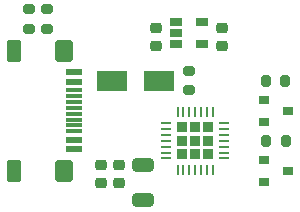
<source format=gbr>
%TF.GenerationSoftware,KiCad,Pcbnew,(5.99.0-8805-ge26c912b86)*%
%TF.CreationDate,2021-02-03T20:46:21+01:00*%
%TF.ProjectId,USB-CP2102-only,5553422d-4350-4323-9130-322d6f6e6c79,rev?*%
%TF.SameCoordinates,Original*%
%TF.FileFunction,Paste,Top*%
%TF.FilePolarity,Positive*%
%FSLAX46Y46*%
G04 Gerber Fmt 4.6, Leading zero omitted, Abs format (unit mm)*
G04 Created by KiCad (PCBNEW (5.99.0-8805-ge26c912b86)) date 2021-02-03 20:46:21*
%MOMM*%
%LPD*%
G01*
G04 APERTURE LIST*
G04 Aperture macros list*
%AMRoundRect*
0 Rectangle with rounded corners*
0 $1 Rounding radius*
0 $2 $3 $4 $5 $6 $7 $8 $9 X,Y pos of 4 corners*
0 Add a 4 corners polygon primitive as box body*
4,1,4,$2,$3,$4,$5,$6,$7,$8,$9,$2,$3,0*
0 Add four circle primitives for the rounded corners*
1,1,$1+$1,$2,$3*
1,1,$1+$1,$4,$5*
1,1,$1+$1,$6,$7*
1,1,$1+$1,$8,$9*
0 Add four rect primitives between the rounded corners*
20,1,$1+$1,$2,$3,$4,$5,0*
20,1,$1+$1,$4,$5,$6,$7,0*
20,1,$1+$1,$6,$7,$8,$9,0*
20,1,$1+$1,$8,$9,$2,$3,0*%
G04 Aperture macros list end*
%ADD10RoundRect,0.225000X0.250000X-0.225000X0.250000X0.225000X-0.250000X0.225000X-0.250000X-0.225000X0*%
%ADD11R,0.900000X0.800000*%
%ADD12RoundRect,0.200000X-0.275000X0.200000X-0.275000X-0.200000X0.275000X-0.200000X0.275000X0.200000X0*%
%ADD13RoundRect,0.200000X-0.200000X-0.275000X0.200000X-0.275000X0.200000X0.275000X-0.200000X0.275000X0*%
%ADD14R,1.060000X0.650000*%
%ADD15R,1.450000X0.600000*%
%ADD16R,1.450000X0.300000*%
%ADD17RoundRect,0.145000X-0.580000X0.755000X-0.580000X-0.755000X0.580000X-0.755000X0.580000X0.755000X0*%
%ADD18RoundRect,0.120000X-0.480000X0.780000X-0.480000X-0.780000X0.480000X-0.780000X0.480000X0.780000X0*%
%ADD19RoundRect,0.225000X-0.225000X-0.225000X0.225000X-0.225000X0.225000X0.225000X-0.225000X0.225000X0*%
%ADD20RoundRect,0.062500X-0.337500X-0.062500X0.337500X-0.062500X0.337500X0.062500X-0.337500X0.062500X0*%
%ADD21RoundRect,0.062500X-0.062500X-0.337500X0.062500X-0.337500X0.062500X0.337500X-0.062500X0.337500X0*%
%ADD22RoundRect,0.225000X-0.250000X0.225000X-0.250000X-0.225000X0.250000X-0.225000X0.250000X0.225000X0*%
%ADD23RoundRect,0.200000X0.275000X-0.200000X0.275000X0.200000X-0.275000X0.200000X-0.275000X-0.200000X0*%
%ADD24R,2.500000X1.800000*%
%ADD25RoundRect,0.250000X-0.650000X0.325000X-0.650000X-0.325000X0.650000X-0.325000X0.650000X0.325000X0*%
G04 APERTURE END LIST*
D10*
%TO.C,C15*%
X160795000Y-126109000D03*
X160795000Y-124559000D03*
%TD*%
D11*
%TO.C,Q6*%
X173130000Y-119050000D03*
X173130000Y-120950000D03*
X175130000Y-120000000D03*
%TD*%
%TO.C,Q7*%
X173130000Y-124130000D03*
X173130000Y-126030000D03*
X175130000Y-125080000D03*
%TD*%
D12*
%TO.C,R26*%
X166764000Y-116635000D03*
X166764000Y-118285000D03*
%TD*%
D13*
%TO.C,R28*%
X173305000Y-122540000D03*
X174955000Y-122540000D03*
%TD*%
D14*
%TO.C,U4*%
X165664000Y-112446000D03*
X165664000Y-113396000D03*
X165664000Y-114346000D03*
X167864000Y-114346000D03*
X167864000Y-112446000D03*
%TD*%
D15*
%TO.C,J7*%
X157045000Y-116750000D03*
X157045000Y-117550000D03*
D16*
X157045000Y-118750000D03*
X157045000Y-119750000D03*
X157045000Y-120250000D03*
X157045000Y-121250000D03*
D15*
X157045000Y-122450000D03*
X157045000Y-123250000D03*
X157045000Y-123250000D03*
X157045000Y-122450000D03*
D16*
X157045000Y-121750000D03*
X157045000Y-120750000D03*
X157045000Y-119250000D03*
X157045000Y-118250000D03*
D15*
X157045000Y-117550000D03*
X157045000Y-116750000D03*
D17*
X156130000Y-114930000D03*
D18*
X151950000Y-125070000D03*
X151950000Y-114930000D03*
D17*
X156130000Y-125070000D03*
%TD*%
D19*
%TO.C,U5*%
X167272000Y-122540000D03*
X167272000Y-121420000D03*
X168392000Y-123660000D03*
X166152000Y-121420000D03*
X167272000Y-123660000D03*
X168392000Y-122540000D03*
X166152000Y-123660000D03*
X168392000Y-121420000D03*
X166152000Y-122540000D03*
D20*
X164822000Y-121040000D03*
X164822000Y-121540000D03*
X164822000Y-122040000D03*
X164822000Y-122540000D03*
X164822000Y-123040000D03*
X164822000Y-123540000D03*
X164822000Y-124040000D03*
D21*
X165772000Y-124990000D03*
X166272000Y-124990000D03*
X166772000Y-124990000D03*
X167272000Y-124990000D03*
X167772000Y-124990000D03*
X168272000Y-124990000D03*
X168772000Y-124990000D03*
D20*
X169722000Y-124040000D03*
X169722000Y-123540000D03*
X169722000Y-123040000D03*
X169722000Y-122540000D03*
X169722000Y-122040000D03*
X169722000Y-121540000D03*
X169722000Y-121040000D03*
D21*
X168772000Y-120090000D03*
X168272000Y-120090000D03*
X167772000Y-120090000D03*
X167272000Y-120090000D03*
X166772000Y-120090000D03*
X166272000Y-120090000D03*
X165772000Y-120090000D03*
%TD*%
D13*
%TO.C,R27*%
X173242000Y-117460000D03*
X174892000Y-117460000D03*
%TD*%
D22*
%TO.C,C14*%
X169558000Y-113002000D03*
X169558000Y-114552000D03*
%TD*%
%TO.C,C13*%
X163970000Y-113002000D03*
X163970000Y-114552000D03*
%TD*%
D23*
%TO.C,R25*%
X154699000Y-113078000D03*
X154699000Y-111428000D03*
%TD*%
D24*
%TO.C,D2*%
X164192000Y-117460000D03*
X160192000Y-117460000D03*
%TD*%
D25*
%TO.C,C16*%
X162827000Y-124621000D03*
X162827000Y-127571000D03*
%TD*%
D23*
%TO.C,R24*%
X153175000Y-113078000D03*
X153175000Y-111428000D03*
%TD*%
D10*
%TO.C,C17*%
X159271000Y-126109000D03*
X159271000Y-124559000D03*
%TD*%
M02*

</source>
